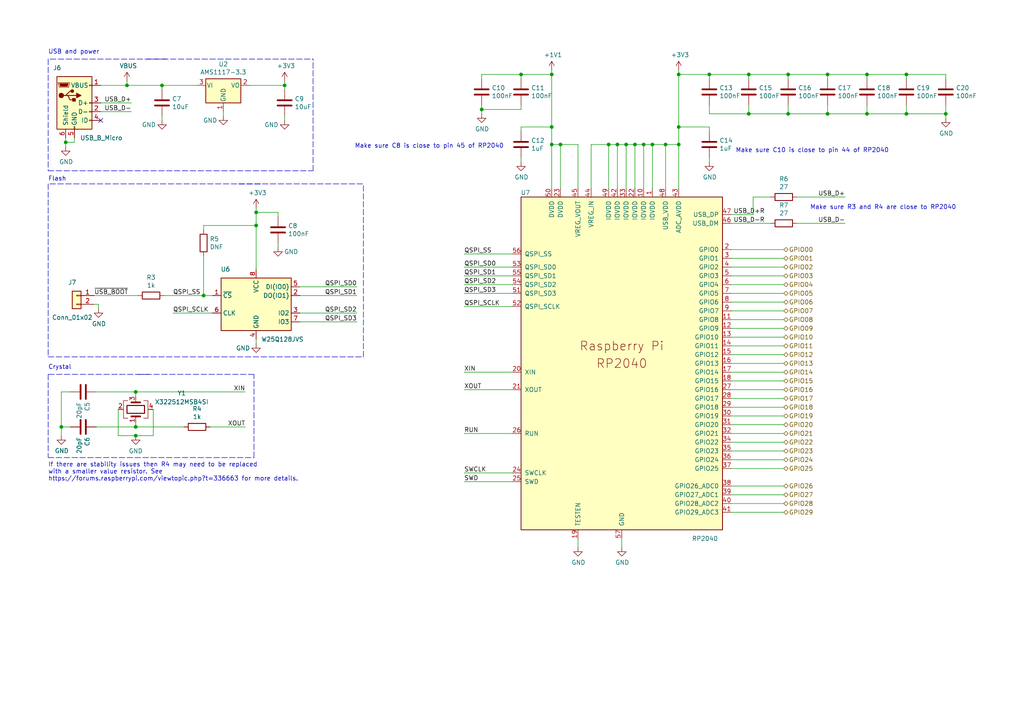
<source format=kicad_sch>
(kicad_sch (version 20211123) (generator eeschema)
  (paper "A4")
  (title_block (title "CJ4 Autopilot Panel") (date "2022-08-30") (rev "@version@") (comment 1 "neile@live.com") (comment 2 "Neil Enns"))
  (lib_symbols
    (symbol "Connector:USB_B_Micro" (pin_names (offset 1.016))
      (property "Reference" "J" (at -5.08 11.43 0))
      (property "Value" "USB_B_Micro" (at -5.08 8.89 0))
      (symbol "USB_B_Micro_0_1"
        (rectangle (start -5.08 -7.62) (end 5.08 7.62) (stroke (width 0.254)) (fill (type background)))
        (circle (center -3.81 2.159) (radius 0.635) (stroke (width 0.254)) (fill (type outline)))
        (circle (center -0.635 3.429) (radius 0.381) (stroke (width 0.254)) (fill (type outline)))
        (rectangle (start -0.127 -7.62) (end 0.127 -6.858))
        (polyline (pts (xy -1.905 2.159) (xy 0.635 2.159)) (stroke (width 0.254)))
        (polyline (pts (xy -3.175 2.159) (xy -2.54 2.159) (xy -1.27 3.429) (xy -0.635 3.429)) (stroke (width 0.254)))
        (polyline (pts (xy -2.54 2.159) (xy -1.905 2.159) (xy -1.27 0.889) (xy 0 0.889)) (stroke (width 0.254)))
        (polyline (pts (xy 0.635 2.794) (xy 0.635 1.524) (xy 1.905 2.159) (xy 0.635 2.794)) (stroke (width 0.254)) (fill (type outline)))
        (polyline (pts (xy -4.318 5.588) (xy -1.778 5.588) (xy -2.032 4.826) (xy -4.064 4.826) (xy -4.318 5.588)) (fill (type outline)))
        (polyline (pts (xy -4.699 5.842) (xy -4.699 5.588) (xy -4.445 4.826) (xy -4.445 4.572) (xy -1.651 4.572) (xy -1.651 4.826) (xy -1.397 5.588) (xy -1.397 5.842) (xy -4.699 5.842)))
        (rectangle (start 0.254 1.27) (end -0.508 0.508) (stroke (width 0.254)) (fill (type outline)))
        (rectangle (start 5.08 -5.207) (end 4.318 -4.953))
        (rectangle (start 5.08 -2.667) (end 4.318 -2.413))
        (rectangle (start 5.08 -0.127) (end 4.318 0.127))
        (rectangle (start 5.08 4.953) (end 4.318 5.207))
      )
      (symbol "USB_B_Micro_1_1"
        (pin power_out line (at 7.62 5.08 180) (length 2.54) (name "VBUS") (number "1"))
        (pin bidirectional line (at 7.62 -2.54 180) (length 2.54) (name "D-") (number "2"))
        (pin bidirectional line (at 7.62 0 180) (length 2.54) (name "D+") (number "3"))
        (pin passive line (at 7.62 -5.08 180) (length 2.54) (name "ID") (number "4"))
        (pin power_out line (at 0 -10.16 90) (length 2.54) (name "GND") (number "5"))
        (pin passive line (at -2.54 -10.16 90) (length 2.54) (name "Shield") (number "6"))
      )
    )
    (symbol "Connector_Generic:Conn_01x02" (pin_names (offset 1.016) hide)
      (property "Reference" "J" (at 0 2.54 0))
      (property "Value" "Conn_01x02" (at 0 -5.08 0))
      (symbol "Conn_01x02_1_1"
        (rectangle (start -1.27 -2.413) (end 0 -2.667) (stroke (width 0.1524)))
        (rectangle (start -1.27 0.127) (end 0 -0.127) (stroke (width 0.1524)))
        (rectangle (start -1.27 1.27) (end 1.27 -3.81) (stroke (width 0.254)) (fill (type background)))
        (pin passive line (at -5.08 0 0) (length 3.81) (name "Pin_1") (number "1"))
        (pin passive line (at -5.08 -2.54 0) (length 3.81) (name "Pin_2") (number "2"))
      )
    )
    (symbol "Device:C" (pin_numbers hide) (pin_names (offset 0.254))
      (property "Reference" "C" (at 0.635 2.54 0))
      (property "Value" "C" (at 0.635 -2.54 0))
      (symbol "C_0_1"
        (polyline (pts (xy -2.032 -0.762) (xy 2.032 -0.762)) (stroke (width 0.508)))
        (polyline (pts (xy -2.032 0.762) (xy 2.032 0.762)) (stroke (width 0.508)))
      )
      (symbol "C_1_1"
        (pin passive line (at 0 3.81 270) (length 2.794) (name "~") (number "1"))
        (pin passive line (at 0 -3.81 90) (length 2.794) (name "~") (number "2"))
      )
    )
    (symbol "Device:Crystal_GND24" (pin_names (offset 1.016) hide)
      (property "Reference" "Y" (at 3.175 5.08 0))
      (property "Value" "Crystal_GND24" (at 3.175 3.175 0))
      (symbol "Crystal_GND24_0_1"
        (rectangle (start -1.143 2.54) (end 1.143 -2.54) (stroke (width 0.3048)))
        (polyline (pts (xy -2.54 0) (xy -2.032 0)))
        (polyline (pts (xy -2.032 -1.27) (xy -2.032 1.27)) (stroke (width 0.508)))
        (polyline (pts (xy 0 -3.81) (xy 0 -3.556)))
        (polyline (pts (xy 0 3.556) (xy 0 3.81)))
        (polyline (pts (xy 2.032 -1.27) (xy 2.032 1.27)) (stroke (width 0.508)))
        (polyline (pts (xy 2.032 0) (xy 2.54 0)))
        (polyline (pts (xy -2.54 -2.286) (xy -2.54 -3.556) (xy 2.54 -3.556) (xy 2.54 -2.286)))
        (polyline (pts (xy -2.54 2.286) (xy -2.54 3.556) (xy 2.54 3.556) (xy 2.54 2.286)))
      )
      (symbol "Crystal_GND24_1_1"
        (pin passive line (at -3.81 0 0) (length 1.27) (name "1") (number "1"))
        (pin passive line (at 0 5.08 270) (length 1.27) (name "2") (number "2"))
        (pin passive line (at 3.81 0 180) (length 1.27) (name "3") (number "3"))
        (pin passive line (at 0 -5.08 90) (length 1.27) (name "4") (number "4"))
      )
    )
    (symbol "Device:R" (pin_numbers hide) (pin_names (offset 0))
      (property "Reference" "R" (at 2.032 0 90))
      (property "Value" "R" (at 0 0 90))
      (symbol "R_0_1"
        (rectangle (start -1.016 -2.54) (end 1.016 2.54) (stroke (width 0.254)))
      )
      (symbol "R_1_1"
        (pin passive line (at 0 3.81 270) (length 1.27) (name "~") (number "1"))
        (pin passive line (at 0 -3.81 90) (length 1.27) (name "~") (number "2"))
      )
    )
    (symbol "MCU_RaspberryPi_RP2040:RP2040" (pin_names (offset 1.016))
      (property "Reference" "U" (at -29.21 49.53 0))
      (property "Value" "RP2040" (at 24.13 -49.53 0))
      (symbol "RP2040_0_0"
        (text "Raspberry Pi" (at 0 5.08 0) (effects (font (size 2.54 2.54))))
        (text "RP2040" (at 0 0 0) (effects (font (size 2.54 2.54))))
      )
      (symbol "RP2040_0_1"
        (rectangle (start 29.21 48.26) (end -29.21 -48.26) (stroke (width 0.254)) (fill (type background)))
      )
      (symbol "RP2040_1_1"
        (pin power_in line (at 8.89 50.8 270) (length 2.54) (name "IOVDD") (number "1"))
        (pin power_in line (at 6.35 50.8 270) (length 2.54) (name "IOVDD") (number "10"))
        (pin bidirectional line (at 31.75 12.7 180) (length 2.54) (name "GPIO8") (number "11"))
        (pin bidirectional line (at 31.75 10.16 180) (length 2.54) (name "GPIO9") (number "12"))
        (pin bidirectional line (at 31.75 7.62 180) (length 2.54) (name "GPIO10") (number "13"))
        (pin bidirectional line (at 31.75 5.08 180) (length 2.54) (name "GPIO11") (number "14"))
        (pin bidirectional line (at 31.75 2.54 180) (length 2.54) (name "GPIO12") (number "15"))
        (pin bidirectional line (at 31.75 0 180) (length 2.54) (name "GPIO13") (number "16"))
        (pin bidirectional line (at 31.75 -2.54 180) (length 2.54) (name "GPIO14") (number "17"))
        (pin bidirectional line (at 31.75 -5.08 180) (length 2.54) (name "GPIO15") (number "18"))
        (pin passive line (at -12.7 -50.8 90) (length 2.54) (name "TESTEN") (number "19"))
        (pin bidirectional line (at 31.75 33.02 180) (length 2.54) (name "GPIO0") (number "2"))
        (pin input line (at -31.75 -2.54 0) (length 2.54) (name "XIN") (number "20"))
        (pin passive line (at -31.75 -7.62 0) (length 2.54) (name "XOUT") (number "21"))
        (pin power_in line (at 3.81 50.8 270) (length 2.54) (name "IOVDD") (number "22"))
        (pin power_in line (at -17.78 50.8 270) (length 2.54) (name "DVDD") (number "23"))
        (pin output line (at -31.75 -31.75 0) (length 2.54) (name "SWCLK") (number "24"))
        (pin bidirectional line (at -31.75 -34.29 0) (length 2.54) (name "SWD") (number "25"))
        (pin input line (at -31.75 -20.32 0) (length 2.54) (name "RUN") (number "26"))
        (pin bidirectional line (at 31.75 -7.62 180) (length 2.54) (name "GPIO16") (number "27"))
        (pin bidirectional line (at 31.75 -10.16 180) (length 2.54) (name "GPIO17") (number "28"))
        (pin bidirectional line (at 31.75 -12.7 180) (length 2.54) (name "GPIO18") (number "29"))
        (pin bidirectional line (at 31.75 30.48 180) (length 2.54) (name "GPIO1") (number "3"))
        (pin bidirectional line (at 31.75 -15.24 180) (length 2.54) (name "GPIO19") (number "30"))
        (pin bidirectional line (at 31.75 -17.78 180) (length 2.54) (name "GPIO20") (number "31"))
        (pin bidirectional line (at 31.75 -20.32 180) (length 2.54) (name "GPIO21") (number "32"))
        (pin power_in line (at 1.27 50.8 270) (length 2.54) (name "IOVDD") (number "33"))
        (pin bidirectional line (at 31.75 -22.86 180) (length 2.54) (name "GPIO22") (number "34"))
        (pin bidirectional line (at 31.75 -25.4 180) (length 2.54) (name "GPIO23") (number "35"))
        (pin bidirectional line (at 31.75 -27.94 180) (length 2.54) (name "GPIO24") (number "36"))
        (pin bidirectional line (at 31.75 -30.48 180) (length 2.54) (name "GPIO25") (number "37"))
        (pin bidirectional line (at 31.75 -35.56 180) (length 2.54) (name "GPIO26_ADC0") (number "38"))
        (pin bidirectional line (at 31.75 -38.1 180) (length 2.54) (name "GPIO27_ADC1") (number "39"))
        (pin bidirectional line (at 31.75 27.94 180) (length 2.54) (name "GPIO2") (number "4"))
        (pin bidirectional line (at 31.75 -40.64 180) (length 2.54) (name "GPIO28_ADC2") (number "40"))
        (pin bidirectional line (at 31.75 -43.18 180) (length 2.54) (name "GPIO29_ADC3") (number "41"))
        (pin power_in line (at -1.27 50.8 270) (length 2.54) (name "IOVDD") (number "42"))
        (pin power_in line (at 16.51 50.8 270) (length 2.54) (name "ADC_AVDD") (number "43"))
        (pin power_in line (at -8.89 50.8 270) (length 2.54) (name "VREG_IN") (number "44"))
        (pin power_out line (at -12.7 50.8 270) (length 2.54) (name "VREG_VOUT") (number "45"))
        (pin bidirectional line (at 31.75 40.64 180) (length 2.54) (name "USB_DM") (number "46"))
        (pin bidirectional line (at 31.75 43.18 180) (length 2.54) (name "USB_DP") (number "47"))
        (pin power_in line (at 12.7 50.8 270) (length 2.54) (name "USB_VDD") (number "48"))
        (pin power_in line (at -3.81 50.8 270) (length 2.54) (name "IOVDD") (number "49"))
        (pin bidirectional line (at 31.75 25.4 180) (length 2.54) (name "GPIO3") (number "5"))
        (pin power_in line (at -20.32 50.8 270) (length 2.54) (name "DVDD") (number "50"))
        (pin bidirectional line (at -31.75 20.32 0) (length 2.54) (name "QSPI_SD3") (number "51"))
        (pin output line (at -31.75 16.51 0) (length 2.54) (name "QSPI_SCLK") (number "52"))
        (pin bidirectional line (at -31.75 27.94 0) (length 2.54) (name "QSPI_SD0") (number "53"))
        (pin bidirectional line (at -31.75 22.86 0) (length 2.54) (name "QSPI_SD2") (number "54"))
        (pin bidirectional line (at -31.75 25.4 0) (length 2.54) (name "QSPI_SD1") (number "55"))
        (pin bidirectional line (at -31.75 31.75 0) (length 2.54) (name "QSPI_SS") (number "56"))
        (pin power_in line (at 0 -50.8 90) (length 2.54) (name "GND") (number "57"))
        (pin bidirectional line (at 31.75 22.86 180) (length 2.54) (name "GPIO4") (number "6"))
        (pin bidirectional line (at 31.75 20.32 180) (length 2.54) (name "GPIO5") (number "7"))
        (pin bidirectional line (at 31.75 17.78 180) (length 2.54) (name "GPIO6") (number "8"))
        (pin bidirectional line (at 31.75 15.24 180) (length 2.54) (name "GPIO7") (number "9"))
      )
    )
    (symbol "Memory_Flash:W25Q128JVS"
      (property "Reference" "U" (at -8.89 8.89 0))
      (property "Value" "W25Q128JVS" (at 7.62 8.89 0))
      (symbol "W25Q128JVS_0_1"
        (rectangle (start -10.16 7.62) (end 10.16 -7.62) (stroke (width 0.254)) (fill (type background)))
      )
      (symbol "W25Q128JVS_1_1"
        (pin input line (at -12.7 2.54 0) (length 2.54) (name "~{CS}") (number "1"))
        (pin bidirectional line (at 12.7 2.54 180) (length 2.54) (name "DO(IO1)") (number "2"))
        (pin bidirectional line (at 12.7 -2.54 180) (length 2.54) (name "IO2") (number "3"))
        (pin power_in line (at 0 -10.16 90) (length 2.54) (name "GND") (number "4"))
        (pin bidirectional line (at 12.7 5.08 180) (length 2.54) (name "DI(IO0)") (number "5"))
        (pin input line (at -12.7 -2.54 0) (length 2.54) (name "CLK") (number "6"))
        (pin bidirectional line (at 12.7 -5.08 180) (length 2.54) (name "IO3") (number "7"))
        (pin power_in line (at 0 10.16 270) (length 2.54) (name "VCC") (number "8"))
      )
    )
    (symbol "Regulator_Linear:NCP1117-3.3_SOT223" (pin_names (offset 0.254))
      (property "Reference" "U" (at -3.81 3.175 0))
      (property "Value" "NCP1117-3.3_SOT223" (at 0 3.175 0))
      (symbol "NCP1117-3.3_SOT223_0_1"
        (rectangle (start -5.08 -5.08) (end 5.08 1.905) (stroke (width 0.254)) (fill (type background)))
      )
      (symbol "NCP1117-3.3_SOT223_1_1"
        (pin power_in line (at 0 -7.62 90) (length 2.54) (name "GND") (number "1"))
        (pin power_out line (at 7.62 0 180) (length 2.54) (name "VO") (number "2"))
        (pin power_in line (at -7.62 0 0) (length 2.54) (name "VI") (number "3"))
      )
    )
    (symbol "power:+1V1" (power) (pin_names (offset 0))
      (property "Value" "+1V1" (at 0 3.556 0))
      (symbol "+1V1_0_1"
        (polyline (pts (xy -0.762 1.27) (xy 0 2.54)))
        (polyline (pts (xy 0 0) (xy 0 2.54)))
        (polyline (pts (xy 0 2.54) (xy 0.762 1.27)))
      )
      (symbol "+1V1_1_1"
        (pin power_in line (at 0 0 90) (length 0) hide (name "+1V1") (number "1"))
      )
    )
    (symbol "power:+3V3" (power) (pin_names (offset 0))
      (property "Value" "+3V3" (at 0 3.556 0))
      (symbol "+3V3_0_1"
        (polyline (pts (xy -0.762 1.27) (xy 0 2.54)))
        (polyline (pts (xy 0 0) (xy 0 2.54)))
        (polyline (pts (xy 0 2.54) (xy 0.762 1.27)))
      )
      (symbol "+3V3_1_1"
        (pin power_in line (at 0 0 90) (length 0) hide (name "+3V3") (number "1"))
      )
    )
    (symbol "power:GND" (power) (pin_names (offset 0))
      (property "Value" "GND" (at 0 -3.81 0))
      (symbol "GND_0_1"
        (polyline (pts (xy 0 0) (xy 0 -1.27) (xy 1.27 -1.27) (xy 0 -2.54) (xy -1.27 -1.27) (xy 0 -1.27)))
      )
      (symbol "GND_1_1"
        (pin power_in line (at 0 0 270) (length 0) hide (name "GND") (number "1"))
      )
    )
    (symbol "power:VBUS" (power) (pin_names (offset 0))
      (property "Value" "VBUS" (at 0 3.81 0))
      (symbol "VBUS_0_1"
        (polyline (pts (xy -0.762 1.27) (xy 0 2.54)))
        (polyline (pts (xy 0 0) (xy 0 2.54)))
        (polyline (pts (xy 0 2.54) (xy 0.762 1.27)))
      )
      (symbol "VBUS_1_1"
        (pin power_in line (at 0 0 90) (length 0) hide (name "VBUS") (number "1"))
      )
    )
  )
  (junction (at 179.07 41.91))
  (junction (at 228.6 33.02))
  (junction (at 186.69 41.91))
  (junction (at 196.85 41.91))
  (junction (at 17.78 123.825))
  (junction (at 39.37 126.365))
  (junction (at 74.295 65.405))
  (junction (at 205.74 21.59))
  (junction (at 196.85 21.59))
  (junction (at 19.05 41.275))
  (junction (at 82.55 24.765))
  (junction (at 217.17 21.59))
  (junction (at 139.7 31.75))
  (junction (at 151.13 21.59))
  (junction (at 36.83 24.765))
  (junction (at 39.37 113.665))
  (junction (at 39.37 123.825))
  (junction (at 160.02 41.91))
  (junction (at 184.15 41.91))
  (junction (at 162.56 41.91))
  (junction (at 193.04 41.91))
  (junction (at 262.89 33.02))
  (junction (at 59.055 85.725))
  (junction (at 189.23 41.91))
  (junction (at 160.02 36.83))
  (junction (at 176.53 41.91))
  (junction (at 240.03 33.02))
  (junction (at 160.02 21.59))
  (junction (at 217.17 33.02))
  (junction (at 240.03 21.59))
  (junction (at 228.6 21.59))
  (junction (at 181.61 41.91))
  (junction (at 46.99 24.765))
  (junction (at 74.295 61.595))
  (junction (at 274.32 33.02))
  (junction (at 262.89 21.59))
  (junction (at 251.46 21.59))
  (junction (at 196.85 36.83))
  (junction (at 251.46 33.02))
  (no_connect (at 29.21 34.925))
  (wire (pts (xy 231.14 57.15) (xy 245.11 57.15)))
  (wire (pts (xy 134.62 82.55) (xy 148.59 82.55)))
  (wire (pts (xy 74.295 65.405) (xy 74.295 78.105)))
  (wire (pts (xy 262.89 22.86) (xy 262.89 21.59)))
  (wire (pts (xy 251.46 30.48) (xy 251.46 33.02)))
  (wire (pts (xy 179.07 54.61) (xy 179.07 41.91)))
  (wire (pts (xy 46.99 26.035) (xy 46.99 24.765)))
  (wire (pts (xy 148.59 139.7) (xy 134.62 139.7)))
  (wire (pts (xy 212.09 62.23) (xy 218.44 62.23)))
  (wire (pts (xy 205.74 22.86) (xy 205.74 21.59)))
  (wire (pts (xy 162.56 54.61) (xy 162.56 41.91)))
  (polyline (pts (xy 13.97 49.53) (xy 90.805 49.53)))
  (wire (pts (xy 39.37 123.825) (xy 53.34 123.825)))
  (wire (pts (xy 82.55 24.765) (xy 82.55 23.495)))
  (polyline (pts (xy 13.97 53.34) (xy 13.97 103.505)))
  (wire (pts (xy 44.45 126.365) (xy 39.37 126.365)))
  (wire (pts (xy 212.09 120.65) (xy 227.33 120.65)))
  (wire (pts (xy 148.59 73.66) (xy 134.62 73.66)))
  (wire (pts (xy 72.39 24.765) (xy 82.55 24.765)))
  (wire (pts (xy 74.295 61.595) (xy 74.295 65.405)))
  (wire (pts (xy 218.44 57.15) (xy 218.44 62.23)))
  (polyline (pts (xy 48.26 17.145) (xy 13.97 17.145)))
  (wire (pts (xy 196.85 20.32) (xy 196.85 21.59)))
  (wire (pts (xy 251.46 33.02) (xy 240.03 33.02)))
  (wire (pts (xy 86.995 83.185) (xy 103.505 83.185)))
  (wire (pts (xy 27.94 123.825) (xy 39.37 123.825)))
  (wire (pts (xy 160.02 21.59) (xy 160.02 36.83)))
  (wire (pts (xy 27.94 113.665) (xy 39.37 113.665)))
  (wire (pts (xy 46.99 33.655) (xy 46.99 34.925)))
  (wire (pts (xy 17.78 123.825) (xy 17.78 126.365)))
  (wire (pts (xy 205.74 21.59) (xy 217.17 21.59)))
  (wire (pts (xy 139.7 22.86) (xy 139.7 21.59)))
  (wire (pts (xy 167.64 156.21) (xy 167.64 158.75)))
  (wire (pts (xy 134.62 107.95) (xy 148.59 107.95)))
  (wire (pts (xy 59.055 85.725) (xy 61.595 85.725)))
  (wire (pts (xy 148.59 137.16) (xy 134.62 137.16)))
  (wire (pts (xy 240.03 22.86) (xy 240.03 21.59)))
  (wire (pts (xy 151.13 45.72) (xy 151.13 46.99)))
  (wire (pts (xy 160.02 36.83) (xy 160.02 41.91)))
  (polyline (pts (xy 73.66 132.715) (xy 73.66 108.585)))
  (polyline (pts (xy 42.545 17.145) (xy 90.805 17.145)))
  (wire (pts (xy 262.89 30.48) (xy 262.89 33.02)))
  (wire (pts (xy 212.09 130.81) (xy 227.33 130.81)))
  (wire (pts (xy 240.03 21.59) (xy 251.46 21.59)))
  (wire (pts (xy 74.295 98.425) (xy 74.295 99.695)))
  (wire (pts (xy 212.09 102.87) (xy 227.33 102.87)))
  (polyline (pts (xy 75.565 53.34) (xy 13.97 53.34)))
  (wire (pts (xy 218.44 57.15) (xy 223.52 57.15)))
  (wire (pts (xy 47.625 85.725) (xy 59.055 85.725)))
  (wire (pts (xy 60.96 123.825) (xy 71.12 123.825)))
  (wire (pts (xy 21.59 41.275) (xy 19.05 41.275)))
  (wire (pts (xy 212.09 74.93) (xy 227.33 74.93)))
  (wire (pts (xy 212.09 97.79) (xy 227.33 97.79)))
  (wire (pts (xy 196.85 21.59) (xy 196.85 36.83)))
  (wire (pts (xy 181.61 41.91) (xy 184.15 41.91)))
  (wire (pts (xy 167.64 54.61) (xy 167.64 41.91)))
  (wire (pts (xy 19.05 40.005) (xy 19.05 41.275)))
  (wire (pts (xy 181.61 54.61) (xy 181.61 41.91)))
  (wire (pts (xy 139.7 31.75) (xy 139.7 33.02)))
  (wire (pts (xy 186.69 41.91) (xy 189.23 41.91)))
  (polyline (pts (xy 90.805 49.53) (xy 90.805 17.145)))
  (wire (pts (xy 82.55 33.655) (xy 82.55 34.925)))
  (wire (pts (xy 167.64 41.91) (xy 162.56 41.91)))
  (wire (pts (xy 189.23 41.91) (xy 189.23 54.61)))
  (wire (pts (xy 212.09 123.19) (xy 227.33 123.19)))
  (wire (pts (xy 212.09 146.05) (xy 227.33 146.05)))
  (wire (pts (xy 205.74 38.1) (xy 205.74 36.83)))
  (wire (pts (xy 212.09 85.09) (xy 227.33 85.09)))
  (wire (pts (xy 212.09 135.89) (xy 227.33 135.89)))
  (wire (pts (xy 151.13 31.75) (xy 151.13 30.48)))
  (wire (pts (xy 40.005 85.725) (xy 27.305 85.725)))
  (wire (pts (xy 240.03 33.02) (xy 228.6 33.02)))
  (wire (pts (xy 217.17 30.48) (xy 217.17 33.02)))
  (wire (pts (xy 189.23 41.91) (xy 193.04 41.91)))
  (wire (pts (xy 59.055 65.405) (xy 74.295 65.405)))
  (wire (pts (xy 29.21 24.765) (xy 36.83 24.765)))
  (wire (pts (xy 148.59 125.73) (xy 134.62 125.73)))
  (polyline (pts (xy 13.97 17.145) (xy 13.97 49.53)))
  (wire (pts (xy 262.89 33.02) (xy 274.32 33.02)))
  (wire (pts (xy 274.32 33.02) (xy 274.32 34.29)))
  (wire (pts (xy 20.32 113.665) (xy 17.78 113.665)))
  (wire (pts (xy 74.295 60.325) (xy 74.295 61.595)))
  (wire (pts (xy 44.45 118.745) (xy 44.45 126.365)))
  (wire (pts (xy 80.645 70.485) (xy 80.645 71.755)))
  (wire (pts (xy 212.09 72.39) (xy 227.33 72.39)))
  (wire (pts (xy 160.02 41.91) (xy 160.02 54.61)))
  (wire (pts (xy 196.85 21.59) (xy 205.74 21.59)))
  (wire (pts (xy 134.62 85.09) (xy 148.59 85.09)))
  (wire (pts (xy 212.09 107.95) (xy 227.33 107.95)))
  (wire (pts (xy 57.15 24.765) (xy 46.99 24.765)))
  (wire (pts (xy 179.07 41.91) (xy 181.61 41.91)))
  (wire (pts (xy 212.09 148.59) (xy 227.33 148.59)))
  (wire (pts (xy 139.7 31.75) (xy 151.13 31.75)))
  (wire (pts (xy 212.09 115.57) (xy 227.33 115.57)))
  (wire (pts (xy 212.09 77.47) (xy 227.33 77.47)))
  (wire (pts (xy 20.32 123.825) (xy 17.78 123.825)))
  (wire (pts (xy 27.305 88.265) (xy 28.575 88.265)))
  (wire (pts (xy 212.09 118.11) (xy 227.33 118.11)))
  (polyline (pts (xy 43.18 108.585) (xy 13.97 108.585)))
  (wire (pts (xy 80.645 62.865) (xy 80.645 61.595)))
  (wire (pts (xy 36.83 24.765) (xy 46.99 24.765)))
  (wire (pts (xy 217.17 22.86) (xy 217.17 21.59)))
  (wire (pts (xy 162.56 41.91) (xy 160.02 41.91)))
  (wire (pts (xy 151.13 22.86) (xy 151.13 21.59)))
  (wire (pts (xy 39.37 114.935) (xy 39.37 113.665)))
  (wire (pts (xy 212.09 128.27) (xy 227.33 128.27)))
  (wire (pts (xy 139.7 30.48) (xy 139.7 31.75)))
  (polyline (pts (xy 105.41 103.505) (xy 105.41 53.34)))
  (wire (pts (xy 217.17 33.02) (xy 205.74 33.02)))
  (wire (pts (xy 28.575 88.265) (xy 28.575 89.535)))
  (wire (pts (xy 193.04 54.61) (xy 193.04 41.91)))
  (wire (pts (xy 231.14 64.77) (xy 245.11 64.77)))
  (wire (pts (xy 212.09 110.49) (xy 227.33 110.49)))
  (wire (pts (xy 186.69 54.61) (xy 186.69 41.91)))
  (wire (pts (xy 196.85 36.83) (xy 196.85 41.91)))
  (wire (pts (xy 212.09 133.35) (xy 227.33 133.35)))
  (wire (pts (xy 212.09 105.41) (xy 227.33 105.41)))
  (polyline (pts (xy 13.97 108.585) (xy 13.97 132.715)))
  (wire (pts (xy 262.89 21.59) (xy 274.32 21.59)))
  (wire (pts (xy 180.34 156.21) (xy 180.34 158.75)))
  (wire (pts (xy 148.59 113.03) (xy 134.62 113.03)))
  (wire (pts (xy 148.59 88.9) (xy 134.62 88.9)))
  (wire (pts (xy 228.6 22.86) (xy 228.6 21.59)))
  (wire (pts (xy 160.02 20.32) (xy 160.02 21.59)))
  (wire (pts (xy 64.77 32.385) (xy 64.77 33.655)))
  (polyline (pts (xy 13.97 103.505) (xy 105.41 103.505)))
  (wire (pts (xy 39.37 122.555) (xy 39.37 123.825)))
  (polyline (pts (xy 40.005 108.585) (xy 73.66 108.585)))
  (wire (pts (xy 274.32 22.86) (xy 274.32 21.59)))
  (wire (pts (xy 21.59 40.005) (xy 21.59 41.275)))
  (polyline (pts (xy 69.215 53.34) (xy 105.41 53.34)))
  (wire (pts (xy 212.09 113.03) (xy 227.33 113.03)))
  (wire (pts (xy 50.165 90.805) (xy 61.595 90.805)))
  (wire (pts (xy 39.37 113.665) (xy 71.12 113.665)))
  (wire (pts (xy 151.13 38.1) (xy 151.13 36.83)))
  (wire (pts (xy 251.46 22.86) (xy 251.46 21.59)))
  (wire (pts (xy 228.6 30.48) (xy 228.6 33.02)))
  (wire (pts (xy 19.05 41.275) (xy 19.05 42.545)))
  (wire (pts (xy 86.995 85.725) (xy 103.505 85.725)))
  (wire (pts (xy 171.45 54.61) (xy 171.45 41.91)))
  (wire (pts (xy 212.09 64.77) (xy 223.52 64.77)))
  (wire (pts (xy 176.53 54.61) (xy 176.53 41.91)))
  (wire (pts (xy 205.74 45.72) (xy 205.74 46.99)))
  (wire (pts (xy 29.21 32.385) (xy 38.1 32.385)))
  (wire (pts (xy 217.17 21.59) (xy 228.6 21.59)))
  (wire (pts (xy 86.995 93.345) (xy 103.505 93.345)))
  (wire (pts (xy 212.09 92.71) (xy 227.33 92.71)))
  (wire (pts (xy 212.09 82.55) (xy 227.33 82.55)))
  (wire (pts (xy 134.62 77.47) (xy 148.59 77.47)))
  (wire (pts (xy 82.55 26.035) (xy 82.55 24.765)))
  (wire (pts (xy 59.055 66.675) (xy 59.055 65.405)))
  (wire (pts (xy 240.03 30.48) (xy 240.03 33.02)))
  (wire (pts (xy 228.6 33.02) (xy 217.17 33.02)))
  (wire (pts (xy 274.32 30.48) (xy 274.32 33.02)))
  (wire (pts (xy 251.46 21.59) (xy 262.89 21.59)))
  (wire (pts (xy 17.78 113.665) (xy 17.78 123.825)))
  (wire (pts (xy 80.645 61.595) (xy 74.295 61.595)))
  (wire (pts (xy 151.13 21.59) (xy 160.02 21.59)))
  (wire (pts (xy 212.09 80.01) (xy 227.33 80.01)))
  (polyline (pts (xy 13.97 132.715) (xy 73.66 132.715)))
  (wire (pts (xy 212.09 87.63) (xy 227.33 87.63)))
  (wire (pts (xy 151.13 36.83) (xy 160.02 36.83)))
  (wire (pts (xy 34.29 118.745) (xy 34.29 126.365)))
  (wire (pts (xy 212.09 125.73) (xy 227.33 125.73)))
  (wire (pts (xy 36.83 23.495) (xy 36.83 24.765)))
  (wire (pts (xy 134.62 80.01) (xy 148.59 80.01)))
  (wire (pts (xy 212.09 95.25) (xy 227.33 95.25)))
  (wire (pts (xy 228.6 21.59) (xy 240.03 21.59)))
  (wire (pts (xy 34.29 126.365) (xy 39.37 126.365)))
  (wire (pts (xy 184.15 54.61) (xy 184.15 41.91)))
  (wire (pts (xy 196.85 36.83) (xy 205.74 36.83)))
  (wire (pts (xy 193.04 41.91) (xy 196.85 41.91)))
  (wire (pts (xy 184.15 41.91) (xy 186.69 41.91)))
  (wire (pts (xy 212.09 90.17) (xy 227.33 90.17)))
  (wire (pts (xy 212.09 140.97) (xy 227.33 140.97)))
  (wire (pts (xy 59.055 74.295) (xy 59.055 85.725)))
  (wire (pts (xy 212.09 143.51) (xy 227.33 143.51)))
  (wire (pts (xy 205.74 30.48) (xy 205.74 33.02)))
  (wire (pts (xy 212.09 100.33) (xy 227.33 100.33)))
  (wire (pts (xy 139.7 21.59) (xy 151.13 21.59)))
  (wire (pts (xy 262.89 33.02) (xy 251.46 33.02)))
  (wire (pts (xy 29.21 29.845) (xy 38.1 29.845)))
  (wire (pts (xy 86.995 90.805) (xy 103.505 90.805)))
  (wire (pts (xy 171.45 41.91) (xy 176.53 41.91)))
  (wire (pts (xy 196.85 41.91) (xy 196.85 54.61)))
  (wire (pts (xy 176.53 41.91) (xy 179.07 41.91)))
  (text "USB and power" (at 13.97 15.875 0) (effects (font (size 1.27 1.27)) (justify left bottom)))
  (text "Crystal" (at 13.97 107.315 0) (effects (font (size 1.27 1.27)) (justify left bottom)))
  (text "Flash" (at 13.97 52.705 0) (effects (font (size 1.27 1.27)) (justify left bottom)))
  (text "If there are stability issues then R4 may need to be replaced\nwith a smaller value resistor. See \nhttps://forums.raspberrypi.com/viewtopic.php?t=336663 for more details." (at 13.97 139.7 0) (effects (font (size 1.27 1.27)) (justify left bottom)))
  (text "Make sure C8 is close to pin 45 of RP2040" (at 102.87 43.18 0) (effects (font (size 1.27 1.27)) (justify left bottom)))
  (text "Make sure R3 and R4 are close to RP2040" (at 234.95 60.96 0) (effects (font (size 1.27 1.27)) (justify left bottom)))
  (text "Make sure C10 is close to pin 44 of RP2040" (at 213.36 44.45 0) (effects (font (size 1.27 1.27)) (justify left bottom)))
  (label "QSPI_SCLK" (at 50.165 90.805 0))
  (label "USB_D-" (at 38.1 32.385 180))
  (label "XOUT" (at 134.62 113.03 0))
  (label "USB_D+" (at 38.1 29.845 180))
  (label "QSPI_SD2" (at 103.505 90.805 180))
  (label "XIN" (at 134.62 107.95 0))
  (label "QSPI_SD2" (at 134.62 82.55 0))
  (label "QSPI_SD1" (at 103.505 85.725 180))
  (label "USB_D-" (at 245.11 64.77 180))
  (label "XIN" (at 71.12 113.665 180))
  (label "QSPI_SD0" (at 103.505 83.185 180))
  (label "QSPI_SD3" (at 134.62 85.09 0))
  (label "USB_D-R" (at 212.725 64.77 0))
  (label "QSPI_SCLK" (at 134.62 88.9 0))
  (label "QSPI_SD1" (at 134.62 80.01 0))
  (label "QSPI_SS" (at 134.62 73.66 0))
  (label "QSPI_SD0" (at 134.62 77.47 0))
  (label "RUN" (at 134.62 125.73 0))
  (label "~{USB_BOOT}" (at 27.305 85.725 0))
  (label "QSPI_SD3" (at 103.505 93.345 180))
  (label "XOUT" (at 71.12 123.825 180))
  (label "SWD" (at 134.62 139.7 0))
  (label "USB_D+" (at 245.11 57.15 180))
  (label "QSPI_SS" (at 50.165 85.725 0))
  (label "USB_D+R" (at 212.725 62.23 0))
  (label "SWCLK" (at 134.62 137.16 0))
  (hierarchical_label "GPIO28" (shape bidirectional) (at 227.33 146.05 0))
  (hierarchical_label "GPIO14" (shape bidirectional) (at 227.33 107.95 0))
  (hierarchical_label "GPIO22" (shape bidirectional) (at 227.33 128.27 0))
  (hierarchical_label "GPIO23" (shape bidirectional) (at 227.33 130.81 0))
  (hierarchical_label "GPIO25" (shape bidirectional) (at 227.33 135.89 0))
  (hierarchical_label "GPIO10" (shape bidirectional) (at 227.33 97.79 0))
  (hierarchical_label "GPIO01" (shape bidirectional) (at 227.33 74.93 0))
  (hierarchical_label "GPIO21" (shape bidirectional) (at 227.33 125.73 0))
  (hierarchical_label "GPIO19" (shape bidirectional) (at 227.33 120.65 0))
  (hierarchical_label "GPIO12" (shape bidirectional) (at 227.33 102.87 0))
  (hierarchical_label "GPIO20" (shape bidirectional) (at 227.33 123.19 0))
  (hierarchical_label "GPIO11" (shape bidirectional) (at 227.33 100.33 0))
  (hierarchical_label "GPIO00" (shape bidirectional) (at 227.33 72.39 0))
  (hierarchical_label "GPIO05" (shape bidirectional) (at 227.33 85.09 0))
  (hierarchical_label "GPIO15" (shape bidirectional) (at 227.33 110.49 0))
  (hierarchical_label "GPIO13" (shape bidirectional) (at 227.33 105.41 0))
  (hierarchical_label "GPIO16" (shape bidirectional) (at 227.33 113.03 0))
  (hierarchical_label "GPIO03" (shape bidirectional) (at 227.33 80.01 0))
  (hierarchical_label "GPIO06" (shape bidirectional) (at 227.33 87.63 0))
  (hierarchical_label "GPIO18" (shape bidirectional) (at 227.33 118.11 0))
  (hierarchical_label "GPIO17" (shape bidirectional) (at 227.33 115.57 0))
  (hierarchical_label "GPIO27" (shape bidirectional) (at 227.33 143.51 0))
  (hierarchical_label "GPIO08" (shape bidirectional) (at 227.33 92.71 0))
  (hierarchical_label "GPIO26" (shape bidirectional) (at 227.33 140.97 0))
  (hierarchical_label "GPIO09" (shape bidirectional) (at 227.33 95.25 0))
  (hierarchical_label "GPIO29" (shape bidirectional) (at 227.33 148.59 0))
  (hierarchical_label "GPIO02" (shape bidirectional) (at 227.33 77.47 0))
  (hierarchical_label "GPIO07" (shape bidirectional) (at 227.33 90.17 0))
  (hierarchical_label "GPIO24" (shape bidirectional) (at 227.33 133.35 0))
  (hierarchical_label "GPIO04" (shape bidirectional) (at 227.33 82.55 0))
  (symbol (lib_id "Device:C") (at 46.99 29.845 0) (unit 1)
    (property "Reference" "C7" (at 49.911 28.6766 0) (effects (justify left)))
    (property "Value" "10uF" (at 49.911 30.988 0) (effects (justify left)))
    (property "Footprint" "Capacitor_SMD:C_0603_1608Metric" (effects hide))
    (property "JLC" "0603" (effects hide))
    (property "LCSC" "C19702" (effects hide))
  )
  (symbol (lib_id "power:GND") (at 64.77 33.655 0) (unit 1)
    (property "Reference" "#PWR029" (effects hide))
    (property "Value" "GND" (at 60.96 34.925 0))
  )
  (symbol (lib_id "power:GND") (at 17.78 126.365 0) (unit 1)
    (property "Reference" "#PWR011" (effects hide))
    (property "Value" "GND" (at 17.907 130.7592 0))
  )
  (symbol (lib_id "Device:C") (at 274.32 26.67 0) (unit 1)
    (property "Reference" "C20" (at 277.241 25.5016 0) (effects (justify left)))
    (property "Value" "100nF" (at 277.241 27.813 0) (effects (justify left)))
    (property "Footprint" "CJ4-Autopilot:Perfect_0402" (effects hide))
    (property "JLC" "0402" (effects hide))
    (property "LCSC" "C1525" (effects hide))
  )
  (symbol (lib_id "power:GND") (at 82.55 34.925 0) (unit 1)
    (property "Reference" "#PWR034" (effects hide))
    (property "Value" "GND" (at 78.74 36.195 0))
  )
  (symbol (lib_id "power:+3V3") (at 82.55 23.495 0) (unit 1)
    (property "Reference" "#PWR033" (effects hide))
    (property "Value" "+3V3" (at 82.931 19.1008 0))
  )
  (symbol (lib_id "Device:C") (at 217.17 26.67 0) (unit 1)
    (property "Reference" "C15" (at 220.091 25.5016 0) (effects (justify left)))
    (property "Value" "100nF" (at 220.091 27.813 0) (effects (justify left)))
    (property "Footprint" "CJ4-Autopilot:Perfect_0402" (effects hide))
    (property "JLC" "0402" (effects hide))
    (property "LCSC" "C1525" (effects hide))
  )
  (symbol (lib_id "power:GND") (at 274.32 34.29 0) (unit 1)
    (property "Reference" "#PWR042" (effects hide))
    (property "Value" "GND" (at 274.447 38.6842 0))
  )
  (symbol (lib_id "Device:C") (at 151.13 26.67 0) (unit 1)
    (property "Reference" "C11" (at 154.051 25.5016 0) (effects (justify left)))
    (property "Value" "100nF" (at 154.051 27.813 0) (effects (justify left)))
    (property "Footprint" "CJ4-Autopilot:Perfect_0402" (effects hide))
    (property "JLC" "0402" (effects hide))
    (property "LCSC" "C1525" (effects hide))
  )
  (symbol (lib_id "power:GND") (at 46.99 34.925 0) (unit 1)
    (property "Reference" "#PWR028" (effects hide))
    (property "Value" "GND" (at 43.18 36.195 0))
  )
  (symbol (lib_id "Regulator_Linear:NCP1117-3.3_SOT223") (at 64.77 24.765 0) (unit 1)
    (property "Reference" "U2" (at 64.77 18.6182 0))
    (property "Value" "AMS1117-3.3" (at 64.77 20.9296 0))
    (property "Footprint" "Package_TO_SOT_SMD:SOT-223-3_TabPin2" (effects hide))
    (property "Datasheet" "http://www.onsemi.com/pub_link/Collateral/NCP1117-D.PDF" (effects hide))
    (property "JLC" "SOT-223" (effects hide))
    (property "LCSC" "C6186" (effects hide))
  )
  (symbol (lib_id "power:GND") (at 151.13 46.99 0) (unit 1)
    (property "Reference" "#PWR036" (effects hide))
    (property "Value" "GND" (at 151.257 51.3842 0))
  )
  (symbol (lib_id "power:+3V3") (at 74.295 60.325 0) (unit 1)
    (property "Reference" "#PWR030" (effects hide))
    (property "Value" "+3V3" (at 74.676 55.9308 0))
  )
  (symbol (lib_id "power:GND") (at 80.645 71.755 0) (unit 1)
    (property "Reference" "#PWR032" (effects hide))
    (property "Value" "GND" (at 84.455 73.025 0))
  )
  (symbol (lib_id "MCU_RaspberryPi_RP2040:RP2040") (at 180.34 105.41 0) (unit 1)
    (property "Reference" "U7" (at 152.4 55.88 0))
    (property "Value" "RP2040" (at 204.47 156.21 0))
    (property "Footprint" "RP2040_minimal:RP2040-QFN-56" (effects hide))
    (property "JLC" "LQFN-56_EP_7.0x7.0x0.4P" (effects hide))
    (property "LCSC" "C2040" (effects hide))
  )
  (symbol (lib_id "power:GND") (at 180.34 158.75 0) (unit 1)
    (property "Reference" "#PWR039" (effects hide))
    (property "Value" "GND" (at 180.467 163.1442 0))
  )
  (symbol (lib_id "Device:C") (at 139.7 26.67 0) (unit 1)
    (property "Reference" "C10" (at 142.621 25.5016 0) (effects (justify left)))
    (property "Value" "100nF" (at 142.621 27.813 0) (effects (justify left)))
    (property "Footprint" "CJ4-Autopilot:Perfect_0402" (effects hide))
    (property "JLC" "0402" (effects hide))
    (property "LCSC" "C1525" (effects hide))
  )
  (symbol (lib_id "Device:C") (at 80.645 66.675 0) (unit 1)
    (property "Reference" "C8" (at 83.566 65.5066 0) (effects (justify left)))
    (property "Value" "100nF" (at 83.566 67.818 0) (effects (justify left)))
    (property "Footprint" "CJ4-Autopilot:Perfect_0402" (effects hide))
    (property "JLC" "0402" (effects hide))
    (property "LCSC" "C1525" (effects hide))
  )
  (symbol (lib_id "power:GND") (at 28.575 89.535 0) (unit 1)
    (property "Reference" "#PWR026" (effects hide))
    (property "Value" "GND" (at 28.702 93.9292 0))
  )
  (symbol (lib_id "Device:R") (at 227.33 64.77 270) (unit 1)
    (property "Reference" "R7" (at 227.33 59.5122 90))
    (property "Value" "27" (at 227.33 61.8236 90))
    (property "Footprint" "Resistor_SMD:R_0603_1608Metric" (effects hide))
    (property "JLC" "0603" (effects hide))
    (property "LCSC" "C25190" (effects hide))
  )
  (symbol (lib_id "Device:R") (at 43.815 85.725 270) (unit 1)
    (property "Reference" "R3" (at 43.815 80.4672 90))
    (property "Value" "1k" (at 43.815 82.7786 90))
    (property "Footprint" "CJ4-Autopilot:Perfect_0402" (effects hide))
    (property "JLC" "0402" (effects hide))
    (property "LCSC" "C11702" (effects hide))
  )
  (symbol (lib_id "power:GND") (at 167.64 158.75 0) (unit 1)
    (property "Reference" "#PWR038" (effects hide))
    (property "Value" "GND" (at 167.767 163.1442 0))
  )
  (symbol (lib_id "Device:R") (at 227.33 57.15 270) (unit 1)
    (property "Reference" "R6" (at 227.33 51.8922 90))
    (property "Value" "27" (at 227.33 54.2036 90))
    (property "Footprint" "Resistor_SMD:R_0603_1608Metric" (effects hide))
    (property "JLC" "0603" (effects hide))
    (property "LCSC" "C25190" (effects hide))
  )
  (symbol (lib_id "power:+1V1") (at 160.02 20.32 0) (unit 1)
    (property "Reference" "#PWR037" (effects hide))
    (property "Value" "+1V1" (at 160.401 15.9258 0))
  )
  (symbol (lib_id "power:VBUS") (at 36.83 23.495 0) (unit 1)
    (property "Reference" "#PWR027" (effects hide))
    (property "Value" "VBUS" (at 37.211 19.1008 0))
  )
  (symbol (lib_id "power:GND") (at 74.295 99.695 0) (unit 1)
    (property "Reference" "#PWR031" (effects hide))
    (property "Value" "GND" (at 70.485 100.965 0))
  )
  (symbol (lib_id "Device:C") (at 251.46 26.67 0) (unit 1)
    (property "Reference" "C18" (at 254.381 25.5016 0) (effects (justify left)))
    (property "Value" "100nF" (at 254.381 27.813 0) (effects (justify left)))
    (property "Footprint" "CJ4-Autopilot:Perfect_0402" (effects hide))
    (property "JLC" "0402" (effects hide))
    (property "LCSC" "C1525" (effects hide))
  )
  (symbol (lib_id "power:GND") (at 19.05 42.545 0) (unit 1)
    (property "Reference" "#PWR025" (effects hide))
    (property "Value" "GND" (at 19.177 46.9392 0))
  )
  (symbol (lib_id "Device:C") (at 24.13 123.825 270) (unit 1)
    (property "Reference" "C6" (at 25.2984 126.746 0) (effects (justify left)))
    (property "Value" "20pF" (at 22.987 126.746 0) (effects (justify left)))
    (property "Footprint" "CJ4-Autopilot:Perfect_0402" (effects hide))
    (property "JLC" "0402" (effects hide))
    (property "LCSC" "C1554" (effects hide))
  )
  (symbol (lib_id "power:GND") (at 39.37 126.365 0) (unit 1)
    (property "Reference" "#PWR0102" (effects hide))
    (property "Value" "GND" (at 39.37 130.81 0))
  )
  (symbol (lib_id "Device:C") (at 205.74 41.91 0) (unit 1)
    (property "Reference" "C14" (at 208.661 40.7416 0) (effects (justify left)))
    (property "Value" "1uF" (at 208.661 43.053 0) (effects (justify left)))
    (property "Footprint" "CJ4-Autopilot:Perfect_0402" (effects hide))
    (property "JLC" "0402" (effects hide))
    (property "LCSC" "C52923" (effects hide))
  )
  (symbol (lib_id "power:GND") (at 139.7 33.02 0) (unit 1)
    (property "Reference" "#PWR035" (effects hide))
    (property "Value" "GND" (at 139.827 37.4142 0))
  )
  (symbol (lib_id "Device:R") (at 59.055 70.485 0) (unit 1)
    (property "Reference" "R5" (at 60.833 69.3166 0) (effects (justify left)))
    (property "Value" "DNF" (at 60.833 71.628 0) (effects (justify left)))
    (property "Footprint" "Resistor_SMD:R_1206_3216Metric_Pad1.30x1.75mm_HandSolder" (effects hide))
  )
  (symbol (lib_id "Device:C") (at 228.6 26.67 0) (unit 1)
    (property "Reference" "C16" (at 231.521 25.5016 0) (effects (justify left)))
    (property "Value" "100nF" (at 231.521 27.813 0) (effects (justify left)))
    (property "Footprint" "CJ4-Autopilot:Perfect_0402" (effects hide))
    (property "JLC" "0402" (effects hide))
    (property "LCSC" "C1525" (effects hide))
  )
  (symbol (lib_id "Device:Crystal_GND24") (at 39.37 118.745 90) (unit 1)
    (property "Reference" "Y1" (at 52.705 114.046 90))
    (property "Value" "X322512MSB4SI" (at 52.705 116.586 90))
    (property "Footprint" "Crystal:Crystal_SMD_3225-4Pin_3.2x2.5mm" (effects hide))
    (property "JLC" "SMD-3225_4P" (effects hide))
    (property "LCSC" "C9002" (effects hide))
  )
  (symbol (lib_id "Device:C") (at 240.03 26.67 0) (unit 1)
    (property "Reference" "C17" (at 242.951 25.5016 0) (effects (justify left)))
    (property "Value" "100nF" (at 242.951 27.813 0) (effects (justify left)))
    (property "Footprint" "CJ4-Autopilot:Perfect_0402" (effects hide))
    (property "JLC" "0402" (effects hide))
    (property "LCSC" "C1525" (effects hide))
  )
  (symbol (lib_id "Device:R") (at 57.15 123.825 270) (unit 1)
    (property "Reference" "R4" (at 57.15 118.5672 90))
    (property "Value" "1k" (at 57.15 120.8786 90))
    (property "Footprint" "CJ4-Autopilot:Perfect_0402" (effects hide))
    (property "JLC" "0402" (effects hide))
    (property "LCSC" "C11702" (effects hide))
  )
  (symbol (lib_id "Device:C") (at 82.55 29.845 0) (unit 1)
    (property "Reference" "C9" (at 85.471 28.6766 0) (effects (justify left)))
    (property "Value" "10uF" (at 85.471 30.988 0) (effects (justify left)))
    (property "Footprint" "Capacitor_SMD:C_0603_1608Metric" (effects hide))
    (property "JLC" "0603" (effects hide))
    (property "LCSC" "C19702" (effects hide))
  )
  (symbol (lib_id "power:+3V3") (at 196.85 20.32 0) (unit 1)
    (property "Reference" "#PWR040" (effects hide))
    (property "Value" "+3V3" (at 197.231 15.9258 0))
  )
  (symbol (lib_id "Memory_Flash:W25Q128JVS") (at 74.295 88.265 0) (unit 1)
    (property "Reference" "U6" (at 65.405 78.105 0))
    (property "Value" "W25Q128JVS" (at 81.915 98.425 0))
    (property "Footprint" "Package_SO:SOIC-8_5.23x5.23mm_P1.27mm" (effects hide))
    (property "Datasheet" "http://www.winbond.com/resource-files/w25q128jv_dtr%20revc%2003272018%20plus.pdf" (effects hide))
    (property "JLC" "SOIC-8_5.3x5.3x1.27P" (effects hide))
    (property "LCSC" "C97521" (effects hide))
  )
  (symbol (lib_id "Connector:USB_B_Micro") (at 21.59 29.845 0) (unit 1)
    (property "Reference" "J6" (at 17.78 19.685 0) (effects (justify right)))
    (property "Value" "USB_B_Micro" (at 35.56 40.005 0) (effects (justify right)))
    (property "Footprint" "CJ4-Autopilot:USB_B_Mini_Amphenol_UE25BE5510H" (effects hide))
  )
  (symbol (lib_id "Device:C") (at 24.13 113.665 270) (unit 1)
    (property "Reference" "C5" (at 25.2984 116.586 0) (effects (justify left)))
    (property "Value" "20pF" (at 22.987 116.586 0) (effects (justify left)))
    (property "Footprint" "CJ4-Autopilot:Perfect_0402" (effects hide))
    (property "JLC" "0402" (effects hide))
    (property "LCSC" "C1554" (effects hide))
  )
  (symbol (lib_id "Device:C") (at 205.74 26.67 0) (unit 1)
    (property "Reference" "C13" (at 208.661 25.5016 0) (effects (justify left)))
    (property "Value" "100nF" (at 208.661 27.813 0) (effects (justify left)))
    (property "Footprint" "CJ4-Autopilot:Perfect_0402" (effects hide))
    (property "JLC" "0402" (effects hide))
    (property "LCSC" "C1525" (effects hide))
  )
  (symbol (lib_id "Device:C") (at 151.13 41.91 0) (unit 1)
    (property "Reference" "C12" (at 154.051 40.7416 0) (effects (justify left)))
    (property "Value" "1uF" (at 154.051 43.053 0) (effects (justify left)))
    (property "Footprint" "CJ4-Autopilot:Perfect_0402" (effects hide))
    (property "JLC" "0402" (effects hide))
    (property "LCSC" "C52923" (effects hide))
  )
  (symbol (lib_id "Connector_Generic:Conn_01x02") (at 22.225 85.725 0) (mirror y) (unit 1)
    (property "Reference" "J7" (at 20.955 81.915 0))
    (property "Value" "Conn_01x02" (at 20.955 92.075 0))
    (property "Footprint" "Connector_PinHeader_2.54mm:PinHeader_1x02_P2.54mm_Vertical" (effects hide))
  )
  (symbol (lib_id "Device:C") (at 262.89 26.67 0) (unit 1)
    (property "Reference" "C19" (at 265.811 25.5016 0) (effects (justify left)))
    (property "Value" "100nF" (at 265.811 27.813 0) (effects (justify left)))
    (property "Footprint" "CJ4-Autopilot:Perfect_0402" (effects hide))
    (property "JLC" "0402" (effects hide))
    (property "LCSC" "C1525" (effects hide))
  )
  (symbol (lib_id "power:GND") (at 205.74 46.99 0) (unit 1)
    (property "Reference" "#PWR041" (effects hide))
    (property "Value" "GND" (at 205.867 51.3842 0))
  )
)
</source>
